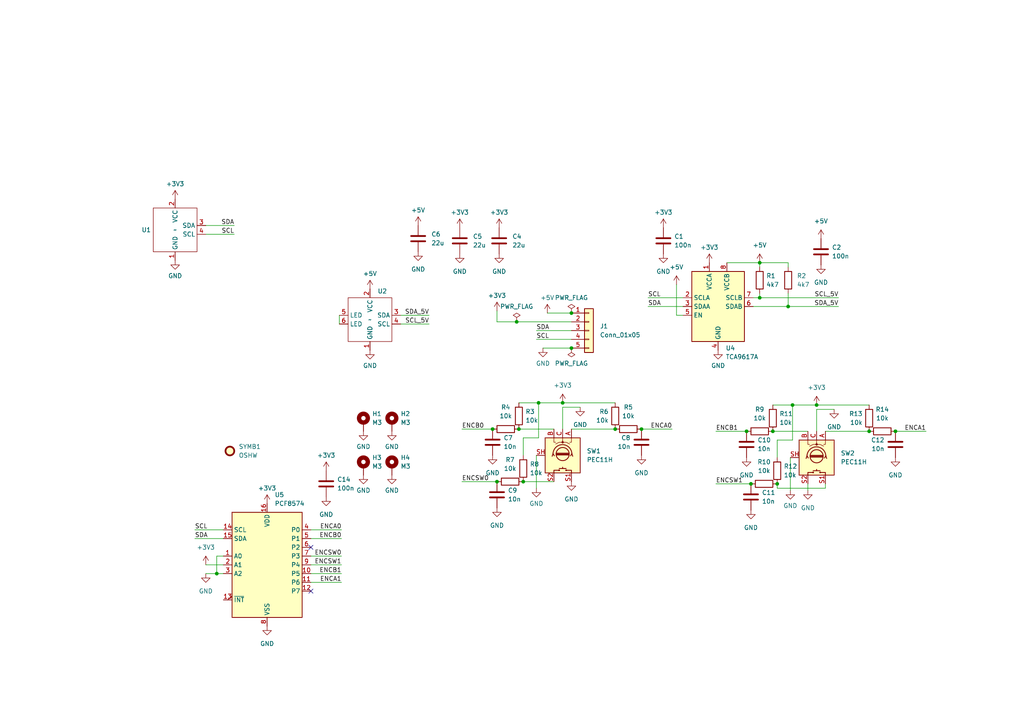
<source format=kicad_sch>
(kicad_sch (version 20230121) (generator eeschema)
  (paper "A4")
  (lib_symbols
    (symbol "Connector_Generic:Conn_01x05" (pin_names (offset 1.016) hide)
      (property "Reference" "J" (at 0 7.62 0))
      (property "Value" "Conn_01x05" (at 0 -7.62 0))
      (symbol "Conn_01x05_1_1"
        (rectangle (start -1.27 -4.953) (end 0 -5.207) (stroke (width 0.1524)))
        (rectangle (start -1.27 -2.413) (end 0 -2.667) (stroke (width 0.1524)))
        (rectangle (start -1.27 0.127) (end 0 -0.127) (stroke (width 0.1524)))
        (rectangle (start -1.27 2.667) (end 0 2.413) (stroke (width 0.1524)))
        (rectangle (start -1.27 5.207) (end 0 4.953) (stroke (width 0.1524)))
        (rectangle (start -1.27 6.35) (end 1.27 -6.35) (stroke (width 0.254)) (fill (type background)))
        (pin passive line (at -5.08 5.08 0) (length 3.81) (name "Pin_1") (number "1"))
        (pin passive line (at -5.08 2.54 0) (length 3.81) (name "Pin_2") (number "2"))
        (pin passive line (at -5.08 0 0) (length 3.81) (name "Pin_3") (number "3"))
        (pin passive line (at -5.08 -2.54 0) (length 3.81) (name "Pin_4") (number "4"))
        (pin passive line (at -5.08 -5.08 0) (length 3.81) (name "Pin_5") (number "5"))
      )
    )
    (symbol "Device:C" (pin_numbers hide) (pin_names (offset 0.254))
      (property "Reference" "C" (at 0.635 2.54 0))
      (property "Value" "C" (at 0.635 -2.54 0))
      (symbol "C_0_1"
        (polyline (pts (xy -2.032 -0.762) (xy 2.032 -0.762)) (stroke (width 0.508)))
        (polyline (pts (xy -2.032 0.762) (xy 2.032 0.762)) (stroke (width 0.508)))
      )
      (symbol "C_1_1"
        (pin passive line (at 0 3.81 270) (length 2.794) (name "~") (number "1"))
        (pin passive line (at 0 -3.81 90) (length 2.794) (name "~") (number "2"))
      )
    )
    (symbol "Device:R" (pin_numbers hide) (pin_names (offset 0))
      (property "Reference" "R" (at 2.032 0 90))
      (property "Value" "R" (at 0 0 90))
      (symbol "R_0_1"
        (rectangle (start -1.016 -2.54) (end 1.016 2.54) (stroke (width 0.254)))
      )
      (symbol "R_1_1"
        (pin passive line (at 0 3.81 270) (length 1.27) (name "~") (number "1"))
        (pin passive line (at 0 -3.81 90) (length 1.27) (name "~") (number "2"))
      )
    )
    (symbol "Interface:TCA9800"
      (property "Reference" "U" (at -7.62 11.43 0))
      (property "Value" "TCA9800" (at 5.08 11.43 0))
      (symbol "TCA9800_0_1"
        (rectangle (start -7.62 10.16) (end 7.62 -10.16) (stroke (width 0.254)) (fill (type background)))
      )
      (symbol "TCA9800_1_1"
        (pin power_in line (at -2.54 12.7 270) (length 2.54) (name "VCCA") (number "1"))
        (pin bidirectional line (at -10.16 2.54 0) (length 2.54) (name "SCLA") (number "2"))
        (pin bidirectional line (at -10.16 0 0) (length 2.54) (name "SDAA") (number "3"))
        (pin power_in line (at 0 -12.7 90) (length 2.54) (name "GND") (number "4"))
        (pin input line (at -10.16 -2.54 0) (length 2.54) (name "EN") (number "5"))
        (pin bidirectional line (at 10.16 0 180) (length 2.54) (name "SDAB") (number "6"))
        (pin bidirectional line (at 10.16 2.54 180) (length 2.54) (name "SCLB") (number "7"))
        (pin power_in line (at 2.54 12.7 270) (length 2.54) (name "VCCB") (number "8"))
      )
    )
    (symbol "Interface_Expansion:PCF8574"
      (property "Reference" "U" (at -8.89 16.51 0))
      (property "Value" "PCF8574" (at 2.54 16.51 0))
      (symbol "PCF8574_0_1"
        (rectangle (start -10.16 15.24) (end 10.16 -15.24) (stroke (width 0.254)) (fill (type background)))
      )
      (symbol "PCF8574_1_1"
        (pin input line (at -12.7 2.54 0) (length 2.54) (name "A0") (number "1"))
        (pin bidirectional line (at 12.7 -2.54 180) (length 2.54) (name "P5") (number "10"))
        (pin bidirectional line (at 12.7 -5.08 180) (length 2.54) (name "P6") (number "11"))
        (pin bidirectional line (at 12.7 -7.62 180) (length 2.54) (name "P7") (number "12"))
        (pin open_collector output_low (at -12.7 -10.16 0) (length 2.54) (name "~{INT}") (number "13"))
        (pin input line (at -12.7 10.16 0) (length 2.54) (name "SCL") (number "14"))
        (pin bidirectional line (at -12.7 7.62 0) (length 2.54) (name "SDA") (number "15"))
        (pin power_in line (at 0 17.78 270) (length 2.54) (name "VDD") (number "16"))
        (pin input line (at -12.7 0 0) (length 2.54) (name "A1") (number "2"))
        (pin input line (at -12.7 -2.54 0) (length 2.54) (name "A2") (number "3"))
        (pin bidirectional line (at 12.7 10.16 180) (length 2.54) (name "P0") (number "4"))
        (pin bidirectional line (at 12.7 7.62 180) (length 2.54) (name "P1") (number "5"))
        (pin bidirectional line (at 12.7 5.08 180) (length 2.54) (name "P2") (number "6"))
        (pin bidirectional line (at 12.7 2.54 180) (length 2.54) (name "P3") (number "7"))
        (pin power_in line (at 0 -17.78 90) (length 2.54) (name "VSS") (number "8"))
        (pin bidirectional line (at 12.7 0 180) (length 2.54) (name "P4") (number "9"))
      )
    )
    (symbol "Mechanical:Fiducial"
      (property "Reference" "FID" (at 0 5.08 0))
      (property "Value" "Fiducial" (at 0 3.175 0))
      (symbol "Fiducial_0_1"
        (circle (center 0 0) (radius 1.27) (stroke (width 0.508)) (fill (type background)))
      )
    )
    (symbol "Mechanical:MountingHole_Pad" (pin_numbers hide) (pin_names (offset 1.016) hide)
      (property "Reference" "H" (at 0 6.35 0))
      (property "Value" "MountingHole_Pad" (at 0 4.445 0))
      (symbol "MountingHole_Pad_0_1"
        (circle (center 0 1.27) (radius 1.27) (stroke (width 1.27)))
      )
      (symbol "MountingHole_Pad_1_1"
        (pin input line (at 0 -2.54 90) (length 2.54) (name "1") (number "1"))
      )
    )
    (symbol "additional:HD44780_I2C"
      (property "Reference" "U" (at 0 0 0))
      (symbol "HD44780_I2C_0_1"
        (rectangle (start -6.35 6.35) (end 6.35 -6.35))
      )
      (symbol "HD44780_I2C_1_1"
        (pin power_in line (at 0 -8.89 90) (length 2.54) (name "GND") (number "1"))
        (pin power_in line (at 0 8.89 270) (length 2.54) (name "VCC") (number "2"))
        (pin bidirectional line (at 8.89 1.27 180) (length 2.54) (name "SDA") (number "3"))
        (pin bidirectional line (at 8.89 -1.27 180) (length 2.54) (name "SCL") (number "4"))
        (pin input line (at -8.89 1.27 0) (length 2.54) (name "LED") (number "5"))
        (pin power_out line (at -8.89 -1.27 0) (length 2.54) (name "LED") (number "6"))
      )
    )
    (symbol "additional:PN532_I2C"
      (property "Reference" "U" (at 5.08 13.97 0))
      (symbol "PN532_I2C_0_1"
        (rectangle (start -6.35 6.35) (end 6.35 -6.35))
      )
      (symbol "PN532_I2C_1_1"
        (pin power_in line (at 0 -8.89 90) (length 2.54) (name "GND") (number "1"))
        (pin power_in line (at 0 8.89 270) (length 2.54) (name "VCC") (number "2"))
        (pin bidirectional line (at 8.89 1.27 180) (length 2.54) (name "SDA") (number "3"))
        (pin bidirectional line (at 8.89 -1.27 180) (length 2.54) (name "SCL") (number "4"))
      )
    )
    (symbol "additional:RotaryEncoder_Switch_SHIELD" (pin_names (offset 0.254) hide)
      (property "Reference" "SW" (at 0 6.604 0))
      (property "Value" "RotaryEncoder_Switch_SHIELD" (at 0 -10.5156 0))
      (symbol "RotaryEncoder_Switch_SHIELD_0_1"
        (rectangle (start -5.08 5.08) (end 5.08 -5.08) (stroke (width 0.254)) (fill (type background)))
        (circle (center -3.81 0) (radius 0.254) (fill (type outline)))
        (circle (center -0.381 0) (radius 1.905) (stroke (width 0.254)))
        (arc (start -0.381 2.667) (mid -3.0988 -0.0635) (end -0.381 -2.794) (stroke (width 0.254)))
        (polyline (pts (xy -0.635 -1.778) (xy -0.635 1.778)) (stroke (width 0.254)))
        (polyline (pts (xy -0.381 -1.778) (xy -0.381 1.778)) (stroke (width 0.254)))
        (polyline (pts (xy -0.127 1.778) (xy -0.127 -1.778)) (stroke (width 0.254)))
        (polyline (pts (xy 3.81 0) (xy 3.429 0)) (stroke (width 0.254)))
        (polyline (pts (xy 3.81 1.016) (xy 3.81 -1.016)) (stroke (width 0.254)))
        (polyline (pts (xy -5.08 -2.54) (xy -3.81 -2.54) (xy -3.81 -2.032)))
        (polyline (pts (xy -5.08 2.54) (xy -3.81 2.54) (xy -3.81 2.032)))
        (polyline (pts (xy 0.254 -3.048) (xy -0.508 -2.794) (xy 0.127 -2.413)) (stroke (width 0.254)))
        (polyline (pts (xy 0.254 2.921) (xy -0.508 2.667) (xy 0.127 2.286)) (stroke (width 0.254)))
        (polyline (pts (xy 5.08 -2.54) (xy 4.318 -2.54) (xy 4.318 -1.016)) (stroke (width 0.254)))
        (polyline (pts (xy 5.08 2.54) (xy 4.318 2.54) (xy 4.318 1.016)) (stroke (width 0.254)))
        (polyline (pts (xy -5.08 0) (xy -3.81 0) (xy -3.81 -1.016) (xy -3.302 -2.032)))
        (polyline (pts (xy -4.318 0) (xy -3.81 0) (xy -3.81 1.016) (xy -3.302 2.032)))
        (circle (center 4.318 -1.016) (radius 0.127) (stroke (width 0.254)))
        (circle (center 4.318 1.016) (radius 0.127) (stroke (width 0.254)))
      )
      (symbol "RotaryEncoder_Switch_SHIELD_1_1"
        (pin passive line (at -7.62 2.54 0) (length 2.54) (name "A") (number "A"))
        (pin passive line (at -7.62 -2.54 0) (length 2.54) (name "B") (number "B"))
        (pin passive line (at -7.62 0 0) (length 2.54) (name "C") (number "C"))
        (pin passive line (at 7.62 2.54 180) (length 2.54) (name "S1") (number "S1"))
        (pin passive line (at 7.62 -2.54 180) (length 2.54) (name "S2") (number "S2"))
        (pin passive line (at 0 -7.62 90) (length 2.54) (name "S2") (number "SH"))
      )
    )
    (symbol "power:+3V3" (power) (pin_names (offset 0))
      (property "Value" "+3V3" (at 0 3.556 0))
      (symbol "+3V3_0_1"
        (polyline (pts (xy -0.762 1.27) (xy 0 2.54)))
        (polyline (pts (xy 0 0) (xy 0 2.54)))
        (polyline (pts (xy 0 2.54) (xy 0.762 1.27)))
      )
      (symbol "+3V3_1_1"
        (pin power_in line (at 0 0 90) (length 0) hide (name "+3V3") (number "1"))
      )
    )
    (symbol "power:+5V" (power) (pin_names (offset 0))
      (property "Value" "+5V" (at 0 3.556 0))
      (symbol "+5V_0_1"
        (polyline (pts (xy -0.762 1.27) (xy 0 2.54)))
        (polyline (pts (xy 0 0) (xy 0 2.54)))
        (polyline (pts (xy 0 2.54) (xy 0.762 1.27)))
      )
      (symbol "+5V_1_1"
        (pin power_in line (at 0 0 90) (length 0) hide (name "+5V") (number "1"))
      )
    )
    (symbol "power:GND" (power) (pin_names (offset 0))
      (property "Value" "GND" (at 0 -3.81 0))
      (symbol "GND_0_1"
        (polyline (pts (xy 0 0) (xy 0 -1.27) (xy 1.27 -1.27) (xy 0 -2.54) (xy -1.27 -1.27) (xy 0 -1.27)))
      )
      (symbol "GND_1_1"
        (pin power_in line (at 0 0 270) (length 0) hide (name "GND") (number "1"))
      )
    )
    (symbol "power:PWR_FLAG" (power) (pin_numbers hide) (pin_names (offset 0) hide)
      (property "Value" "PWR_FLAG" (at 0 3.81 0))
      (symbol "PWR_FLAG_0_0"
        (pin power_out line (at 0 0 90) (length 0) (name "pwr") (number "1"))
      )
      (symbol "PWR_FLAG_0_1"
        (polyline (pts (xy 0 0) (xy 0 1.27) (xy -1.016 1.905) (xy 0 2.54) (xy 1.016 1.905) (xy 0 1.27)))
      )
    )
  )
  (junction (at 144.145 139.7))
  (junction (at 217.805 140.335))
  (junction (at 62.865 166.37))
  (junction (at 252.095 125.095))
  (junction (at 186.055 124.46))
  (junction (at 224.155 125.095))
  (junction (at 149.86 93.345))
  (junction (at 165.735 100.965))
  (junction (at 229.87 117.475))
  (junction (at 142.875 124.46))
  (junction (at 178.435 124.46))
  (junction (at 228.6 88.9))
  (junction (at 259.715 125.095))
  (junction (at 150.495 124.46))
  (junction (at 151.765 139.7))
  (junction (at 236.855 117.475))
  (junction (at 156.21 116.84))
  (junction (at 220.345 76.2))
  (junction (at 165.735 90.805))
  (junction (at 163.195 116.84))
  (junction (at 216.535 125.095))
  (junction (at 220.345 86.36))
  (junction (at 225.425 140.335))
  (no_connect (at 90.17 171.45))
  (no_connect (at 90.17 158.75))
  (wire (pts (xy 187.96 88.9) (xy 198.12 88.9)))
  (wire (pts (xy 224.155 125.095) (xy 234.315 125.095)))
  (wire (pts (xy 90.17 153.67) (xy 99.06 153.67)))
  (wire (pts (xy 155.575 95.885) (xy 165.735 95.885)))
  (wire (pts (xy 178.435 124.46) (xy 165.735 124.46)))
  (wire (pts (xy 90.17 166.37) (xy 99.06 166.37)))
  (wire (pts (xy 151.765 132.08) (xy 151.765 127)))
  (wire (pts (xy 225.425 127.635) (xy 229.87 127.635)))
  (wire (pts (xy 236.855 117.475) (xy 252.095 117.475)))
  (wire (pts (xy 62.865 161.29) (xy 62.865 166.37)))
  (wire (pts (xy 198.12 91.44) (xy 196.215 91.44)))
  (wire (pts (xy 144.145 93.345) (xy 144.145 90.17)))
  (wire (pts (xy 59.69 163.83) (xy 64.77 163.83)))
  (wire (pts (xy 239.395 141.605) (xy 225.425 141.605)))
  (wire (pts (xy 165.735 93.345) (xy 149.86 93.345)))
  (wire (pts (xy 133.985 124.46) (xy 142.875 124.46)))
  (wire (pts (xy 150.495 116.84) (xy 156.21 116.84)))
  (wire (pts (xy 196.215 82.55) (xy 196.215 91.44)))
  (wire (pts (xy 228.6 85.09) (xy 228.6 88.9)))
  (wire (pts (xy 234.315 142.24) (xy 234.315 140.335)))
  (wire (pts (xy 225.425 141.605) (xy 225.425 140.335)))
  (wire (pts (xy 210.82 76.2) (xy 220.345 76.2)))
  (wire (pts (xy 229.235 132.715) (xy 229.235 142.24)))
  (wire (pts (xy 90.17 168.91) (xy 99.06 168.91)))
  (wire (pts (xy 157.48 100.965) (xy 165.735 100.965)))
  (wire (pts (xy 220.345 86.36) (xy 243.205 86.36)))
  (wire (pts (xy 220.345 76.2) (xy 220.345 77.47)))
  (wire (pts (xy 64.77 153.67) (xy 56.515 153.67)))
  (wire (pts (xy 163.195 118.11) (xy 168.275 118.11)))
  (wire (pts (xy 220.345 85.09) (xy 220.345 86.36)))
  (wire (pts (xy 224.155 117.475) (xy 229.87 117.475)))
  (wire (pts (xy 163.195 124.46) (xy 163.195 118.11)))
  (wire (pts (xy 150.495 124.46) (xy 160.655 124.46)))
  (wire (pts (xy 116.205 93.98) (xy 124.46 93.98)))
  (wire (pts (xy 155.575 98.425) (xy 165.735 98.425)))
  (wire (pts (xy 225.425 132.715) (xy 225.425 127.635)))
  (wire (pts (xy 228.6 88.9) (xy 243.205 88.9)))
  (wire (pts (xy 218.44 88.9) (xy 228.6 88.9)))
  (wire (pts (xy 259.715 125.095) (xy 268.605 125.095)))
  (wire (pts (xy 155.575 132.08) (xy 155.575 141.605)))
  (wire (pts (xy 64.77 161.29) (xy 62.865 161.29)))
  (wire (pts (xy 229.87 117.475) (xy 236.855 117.475)))
  (wire (pts (xy 90.17 156.21) (xy 99.06 156.21)))
  (wire (pts (xy 236.855 118.745) (xy 241.935 118.745)))
  (wire (pts (xy 90.17 163.83) (xy 99.06 163.83)))
  (wire (pts (xy 59.69 65.405) (xy 67.945 65.405)))
  (wire (pts (xy 236.855 125.095) (xy 236.855 118.745)))
  (wire (pts (xy 229.87 127.635) (xy 229.87 117.475)))
  (wire (pts (xy 149.86 93.345) (xy 144.145 93.345)))
  (wire (pts (xy 252.095 125.095) (xy 239.395 125.095)))
  (wire (pts (xy 116.205 91.44) (xy 124.46 91.44)))
  (wire (pts (xy 239.395 140.335) (xy 239.395 141.605)))
  (wire (pts (xy 187.96 86.36) (xy 198.12 86.36)))
  (wire (pts (xy 59.69 166.37) (xy 62.865 166.37)))
  (wire (pts (xy 218.44 86.36) (xy 220.345 86.36)))
  (wire (pts (xy 220.345 76.2) (xy 228.6 76.2)))
  (wire (pts (xy 163.195 116.84) (xy 178.435 116.84)))
  (wire (pts (xy 228.6 76.2) (xy 228.6 77.47)))
  (wire (pts (xy 64.77 156.21) (xy 56.515 156.21)))
  (wire (pts (xy 90.17 161.29) (xy 99.06 161.29)))
  (wire (pts (xy 98.425 91.44) (xy 98.425 93.98)))
  (wire (pts (xy 133.985 139.7) (xy 144.145 139.7)))
  (wire (pts (xy 151.765 139.7) (xy 160.655 139.7)))
  (wire (pts (xy 62.865 166.37) (xy 64.77 166.37)))
  (wire (pts (xy 156.21 127) (xy 156.21 116.84)))
  (wire (pts (xy 156.21 116.84) (xy 163.195 116.84)))
  (wire (pts (xy 186.055 124.46) (xy 194.945 124.46)))
  (wire (pts (xy 158.75 90.805) (xy 165.735 90.805)))
  (wire (pts (xy 59.69 67.945) (xy 67.945 67.945)))
  (wire (pts (xy 207.645 140.335) (xy 217.805 140.335)))
  (wire (pts (xy 207.645 125.095) (xy 216.535 125.095)))
  (wire (pts (xy 151.765 127) (xy 156.21 127)))
  (label "SDA" (at 187.96 88.9 0))
  (label "ENCB0" (at 99.06 156.21 180))
  (label "SCL" (at 155.575 98.425 0))
  (label "SCL" (at 187.96 86.36 0))
  (label "SDA" (at 155.575 95.885 0))
  (label "ENCA1" (at 268.605 125.095 180))
  (label "ENCSW0" (at 99.06 161.29 180))
  (label "SDA" (at 67.945 65.405 180))
  (label "SDA_5V" (at 243.205 88.9 180))
  (label "SCL_5V" (at 124.46 93.98 180))
  (label "ENCSW1" (at 99.06 163.83 180))
  (label "ENCB0" (at 133.985 124.46 0))
  (label "SCL" (at 56.515 153.67 0))
  (label "SDA" (at 56.515 156.21 0))
  (label "ENCB1" (at 207.645 125.095 0))
  (label "SDA_5V" (at 124.46 91.44 180))
  (label "ENCA1" (at 99.06 168.91 180))
  (label "ENCA0" (at 194.945 124.46 180))
  (label "SCL" (at 67.945 67.945 180))
  (label "ENCSW0" (at 133.985 139.7 0))
  (label "ENCA0" (at 99.06 153.67 180))
  (label "ENCSW1" (at 207.645 140.335 0))
  (label "SCL_5V" (at 243.205 86.36 180))
  (label "ENCB1" (at 99.06 166.37 180))
  (symbol (lib_id "Interface:TCA9800") (at 208.28 88.9 0) (unit 1)
    (property "Reference" "U4" (at 210.4741 100.965 0) (effects (justify left)))
    (property "Value" "TCA9617A" (at 210.4741 103.505 0) (effects (justify left)))
    (property "Footprint" "Package_SO:VSSOP-8_3.0x3.0mm_P0.65mm" (effects hide))
    (property "Datasheet" "http://www.ti.com/lit/ds/symlink/tca9800.pdf" (effects hide))
    (property "mouser" " 595-TCA9617ADGKR " (effects hide))
  )
  (symbol (lib_id "power:+5V") (at 238.125 69.215 0) (unit 1)
    (property "Reference" "#PWR08" (effects hide))
    (property "Value" "+5V" (at 238.125 64.135 0))
  )
  (symbol (lib_id "power:GND") (at 165.735 139.7 0) (unit 1)
    (property "Reference" "#PWR034" (effects hide))
    (property "Value" "GND" (at 165.735 144.78 0))
  )
  (symbol (lib_id "power:GND") (at 216.535 132.715 0) (unit 1)
    (property "Reference" "#PWR035" (effects hide))
    (property "Value" "GND" (at 216.535 137.795 0))
  )
  (symbol (lib_id "power:GND") (at 144.145 147.32 0) (unit 1)
    (property "Reference" "#PWR033" (effects hide))
    (property "Value" "GND" (at 144.145 152.4 0))
  )
  (symbol (lib_id "Device:R") (at 255.905 125.095 270) (mirror x) (unit 1)
    (property "Reference" "R14" (at 255.905 118.745 90))
    (property "Value" "10k" (at 255.905 121.285 90))
    (property "Footprint" "Resistor_SMD:R_1206_3216Metric" (effects hide))
  )
  (symbol (lib_id "Mechanical:MountingHole_Pad") (at 105.41 122.555 0) (unit 1)
    (property "Reference" "H1" (at 107.95 120.015 0) (effects (justify left)))
    (property "Value" "M3" (at 107.95 122.555 0) (effects (justify left)))
    (property "Footprint" "MountingHole:MountingHole_3.2mm_M3_Pad_Via" (effects hide))
  )
  (symbol (lib_id "power:GND") (at 241.935 118.745 0) (unit 1)
    (property "Reference" "#PWR040" (effects hide))
    (property "Value" "GND" (at 241.935 123.825 0))
  )
  (symbol (lib_id "power:GND") (at 208.28 101.6 0) (unit 1)
    (property "Reference" "#PWR020" (effects hide))
    (property "Value" "GND" (at 208.28 106.045 0))
  )
  (symbol (lib_id "power:GND") (at 234.315 142.24 0) (unit 1)
    (property "Reference" "#PWR039" (effects hide))
    (property "Value" "GND" (at 234.315 147.32 0))
  )
  (symbol (lib_id "power:+3V3") (at 144.78 66.04 0) (unit 1)
    (property "Reference" "#PWR022" (effects hide))
    (property "Value" "+3V3" (at 144.78 61.595 0))
  )
  (symbol (lib_id "Device:C") (at 192.405 69.85 0) (unit 1)
    (property "Reference" "C1" (at 195.58 68.58 0) (effects (justify left)))
    (property "Value" "100n" (at 195.58 71.12 0) (effects (justify left)))
    (property "Footprint" "Capacitor_SMD:C_1206_3216Metric" (effects hide))
    (property "mouser" " 80-C1206C104K5R " (effects hide))
  )
  (symbol (lib_id "Device:C") (at 144.145 143.51 0) (unit 1)
    (property "Reference" "C9" (at 147.32 142.24 0) (effects (justify left)))
    (property "Value" "10n" (at 147.32 144.78 0) (effects (justify left)))
    (property "Footprint" "Capacitor_SMD:C_1206_3216Metric" (effects hide))
    (property "mouser" " 80-C1206C104K5R " (effects hide))
  )
  (symbol (lib_id "Device:R") (at 178.435 120.65 0) (mirror y) (unit 1)
    (property "Reference" "R6" (at 176.53 119.38 0) (effects (justify left)))
    (property "Value" "10k" (at 176.53 121.92 0) (effects (justify left)))
    (property "Footprint" "Resistor_SMD:R_1206_3216Metric" (effects hide))
  )
  (symbol (lib_id "Device:R") (at 228.6 81.28 0) (unit 1)
    (property "Reference" "R2" (at 231.14 80.01 0) (effects (justify left)))
    (property "Value" "4k7" (at 231.14 82.55 0) (effects (justify left)))
    (property "Footprint" "Resistor_SMD:R_1206_3216Metric" (effects hide))
  )
  (symbol (lib_id "power:PWR_FLAG") (at 149.86 93.345 0) (unit 1)
    (property "Reference" "#FLG02" (effects hide))
    (property "Value" "PWR_FLAG" (at 149.86 88.9 0))
  )
  (symbol (lib_id "power:+3V3") (at 94.615 136.525 0) (unit 1)
    (property "Reference" "#PWR043" (effects hide))
    (property "Value" "+3V3" (at 94.615 132.08 0))
  )
  (symbol (lib_id "power:GND") (at 94.615 144.145 0) (unit 1)
    (property "Reference" "#PWR044" (effects hide))
    (property "Value" "GND" (at 94.615 149.225 0))
  )
  (symbol (lib_id "Mechanical:MountingHole_Pad") (at 113.665 122.555 0) (unit 1)
    (property "Reference" "H2" (at 116.205 120.015 0) (effects (justify left)))
    (property "Value" "M3" (at 116.205 122.555 0) (effects (justify left)))
    (property "Footprint" "MountingHole:MountingHole_3.2mm_M3_Pad_Via" (effects hide))
  )
  (symbol (lib_id "additional:HD44780_I2C") (at 107.315 92.71 0) (unit 1)
    (property "Reference" "U2" (at 109.5091 84.455 0) (effects (justify left)))
    (property "Value" "~" (at 107.315 92.71 0))
    (property "Footprint" "breakboard:HD44780_PCF8574T" (effects hide))
  )
  (symbol (lib_id "power:GND") (at 105.41 125.095 0) (unit 1)
    (property "Reference" "#PWR013" (effects hide))
    (property "Value" "GND" (at 105.41 129.54 0))
  )
  (symbol (lib_id "power:+5V") (at 107.315 83.82 0) (unit 1)
    (property "Reference" "#PWR02" (effects hide))
    (property "Value" "+5V" (at 107.315 79.375 0))
  )
  (symbol (lib_id "additional:RotaryEncoder_Switch_SHIELD") (at 163.195 132.08 270) (unit 1)
    (property "Reference" "SW1" (at 170.18 130.81 90) (effects (justify left)))
    (property "Value" "PEC11H" (at 170.18 133.35 90) (effects (justify left)))
    (property "Footprint" "additional:RotaryEncoder_Bourns_Vertical_PEC11H-4xxxF-Sxxxx" (effects hide))
  )
  (symbol (lib_id "power:PWR_FLAG") (at 165.735 100.965 180) (unit 1)
    (property "Reference" "#FLG03" (effects hide))
    (property "Value" "PWR_FLAG" (at 165.735 105.41 0))
  )
  (symbol (lib_id "power:GND") (at 168.275 118.11 0) (unit 1)
    (property "Reference" "#PWR031" (effects hide))
    (property "Value" "GND" (at 168.275 123.19 0))
  )
  (symbol (lib_id "power:GND") (at 113.665 137.795 0) (unit 1)
    (property "Reference" "#PWR016" (effects hide))
    (property "Value" "GND" (at 113.665 142.24 0))
  )
  (symbol (lib_id "power:GND") (at 155.575 141.605 0) (unit 1)
    (property "Reference" "#PWR048" (effects hide))
    (property "Value" "GND" (at 155.575 146.05 0))
  )
  (symbol (lib_id "power:GND") (at 77.47 181.61 0) (unit 1)
    (property "Reference" "#PWR047" (effects hide))
    (property "Value" "GND" (at 77.47 186.69 0))
  )
  (symbol (lib_id "Device:C") (at 133.35 69.85 0) (unit 1)
    (property "Reference" "C5" (at 137.16 68.58 0) (effects (justify left)))
    (property "Value" "22u" (at 137.16 71.12 0) (effects (justify left)))
    (property "Footprint" "Capacitor_SMD:C_1210_3225Metric" (effects hide))
    (property "Mouser" "CL32B226MOJNNNE" (effects hide))
    (property "mouser" "CL32B226MOJNNNE" (effects hide))
  )
  (symbol (lib_id "Device:R") (at 147.955 139.7 90) (unit 1)
    (property "Reference" "R7" (at 147.955 133.35 90))
    (property "Value" "10k" (at 147.955 135.89 90))
    (property "Footprint" "Resistor_SMD:R_1206_3216Metric" (effects hide))
  )
  (symbol (lib_id "Device:C") (at 142.875 128.27 0) (unit 1)
    (property "Reference" "C7" (at 146.05 127 0) (effects (justify left)))
    (property "Value" "10n" (at 146.05 129.54 0) (effects (justify left)))
    (property "Footprint" "Capacitor_SMD:C_1206_3216Metric" (effects hide))
    (property "mouser" " 80-C1206C104K5R " (effects hide))
  )
  (symbol (lib_id "power:+3V3") (at 133.35 66.04 0) (unit 1)
    (property "Reference" "#PWR025" (effects hide))
    (property "Value" "+3V3" (at 133.35 61.595 0))
  )
  (symbol (lib_id "Device:C") (at 238.125 73.025 0) (unit 1)
    (property "Reference" "C2" (at 241.3 71.755 0) (effects (justify left)))
    (property "Value" "100n" (at 241.3 74.295 0) (effects (justify left)))
    (property "Footprint" "Capacitor_SMD:C_1206_3216Metric" (effects hide))
    (property "mouser" " 80-C1206C104K5R " (effects hide))
  )
  (symbol (lib_id "Device:R") (at 182.245 124.46 270) (mirror x) (unit 1)
    (property "Reference" "R5" (at 182.245 118.11 90))
    (property "Value" "10k" (at 182.245 120.65 90))
    (property "Footprint" "Resistor_SMD:R_1206_3216Metric" (effects hide))
  )
  (symbol (lib_id "power:GND") (at 133.35 73.66 0) (unit 1)
    (property "Reference" "#PWR026" (effects hide))
    (property "Value" "GND" (at 133.35 78.74 0))
  )
  (symbol (lib_id "power:GND") (at 142.875 132.08 0) (unit 1)
    (property "Reference" "#PWR029" (effects hide))
    (property "Value" "GND" (at 142.875 137.16 0))
  )
  (symbol (lib_id "Device:R") (at 151.765 135.89 0) (unit 1)
    (property "Reference" "R8" (at 153.67 134.62 0) (effects (justify left)))
    (property "Value" "10k" (at 153.67 137.16 0) (effects (justify left)))
    (property "Footprint" "Resistor_SMD:R_1206_3216Metric" (effects hide))
  )
  (symbol (lib_id "power:+3V3") (at 192.405 66.04 0) (unit 1)
    (property "Reference" "#PWR017" (effects hide))
    (property "Value" "+3V3" (at 192.405 61.595 0))
  )
  (symbol (lib_id "Device:C") (at 121.285 69.215 0) (unit 1)
    (property "Reference" "C6" (at 125.095 67.945 0) (effects (justify left)))
    (property "Value" "22u" (at 125.095 70.485 0) (effects (justify left)))
    (property "Footprint" "Capacitor_SMD:C_1210_3225Metric" (effects hide))
    (property "Mouser" "CL32B226MOJNNNE" (effects hide))
    (property "mouser" "CL32B226MOJNNNE" (effects hide))
  )
  (symbol (lib_id "Interface_Expansion:PCF8574") (at 77.47 163.83 0) (unit 1)
    (property "Reference" "U5" (at 79.6641 143.51 0) (effects (justify left)))
    (property "Value" "PCF8574" (at 79.6641 146.05 0) (effects (justify left)))
    (property "Footprint" "Package_SO:SOIC-16W_7.5x10.3mm_P1.27mm" (effects hide))
    (property "Datasheet" "http://www.nxp.com/docs/en/data-sheet/PCF8574_PCF8574A.pdf" (effects hide))
  )
  (symbol (lib_id "power:+3V3") (at 144.145 90.17 0) (unit 1)
    (property "Reference" "#PWR010" (effects hide))
    (property "Value" "+3V3" (at 144.145 85.725 0))
  )
  (symbol (lib_id "power:GND") (at 157.48 100.965 0) (unit 1)
    (property "Reference" "#PWR012" (effects hide))
    (property "Value" "GND" (at 157.48 105.41 0))
  )
  (symbol (lib_id "Device:R") (at 224.155 121.285 0) (unit 1)
    (property "Reference" "R11" (at 226.06 120.015 0) (effects (justify left)))
    (property "Value" "10k" (at 226.06 122.555 0) (effects (justify left)))
    (property "Footprint" "Resistor_SMD:R_1206_3216Metric" (effects hide))
  )
  (symbol (lib_id "power:GND") (at 105.41 137.795 0) (unit 1)
    (property "Reference" "#PWR015" (effects hide))
    (property "Value" "GND" (at 105.41 142.24 0))
  )
  (symbol (lib_id "power:GND") (at 192.405 73.66 0) (unit 1)
    (property "Reference" "#PWR018" (effects hide))
    (property "Value" "GND" (at 192.405 78.74 0))
  )
  (symbol (lib_id "Mechanical:MountingHole_Pad") (at 105.41 135.255 0) (unit 1)
    (property "Reference" "H3" (at 107.95 132.715 0) (effects (justify left)))
    (property "Value" "M3" (at 107.95 135.255 0) (effects (justify left)))
    (property "Footprint" "MountingHole:MountingHole_3.2mm_M3_Pad_Via" (effects hide))
  )
  (symbol (lib_id "additional:RotaryEncoder_Switch_SHIELD") (at 236.855 132.715 270) (unit 1)
    (property "Reference" "SW2" (at 243.84 131.445 90) (effects (justify left)))
    (property "Value" "PEC11H" (at 243.84 133.985 90) (effects (justify left)))
    (property "Footprint" "additional:RotaryEncoder_Bourns_Vertical_PEC11H-4xxxF-Sxxxx" (effects hide))
  )
  (symbol (lib_id "Device:R") (at 252.095 121.285 0) (mirror y) (unit 1)
    (property "Reference" "R13" (at 250.19 120.015 0) (effects (justify left)))
    (property "Value" "10k" (at 250.19 122.555 0) (effects (justify left)))
    (property "Footprint" "Resistor_SMD:R_1206_3216Metric" (effects hide))
  )
  (symbol (lib_id "power:+5V") (at 220.345 76.2 0) (unit 1)
    (property "Reference" "#PWR07" (effects hide))
    (property "Value" "+5V" (at 220.345 71.12 0))
  )
  (symbol (lib_id "Device:C") (at 186.055 128.27 0) (mirror y) (unit 1)
    (property "Reference" "C8" (at 182.88 127 0) (effects (justify left)))
    (property "Value" "10n" (at 182.88 129.54 0) (effects (justify left)))
    (property "Footprint" "Capacitor_SMD:C_1206_3216Metric" (effects hide))
    (property "mouser" " 80-C1206C104K5R " (effects hide))
  )
  (symbol (lib_id "power:+5V") (at 121.285 65.405 0) (unit 1)
    (property "Reference" "#PWR027" (effects hide))
    (property "Value" "+5V" (at 121.285 60.96 0))
  )
  (symbol (lib_id "Device:R") (at 146.685 124.46 90) (unit 1)
    (property "Reference" "R4" (at 146.685 118.11 90))
    (property "Value" "10k" (at 146.685 120.65 90))
    (property "Footprint" "Resistor_SMD:R_1206_3216Metric" (effects hide))
  )
  (symbol (lib_id "power:+3V3") (at 77.47 146.05 0) (unit 1)
    (property "Reference" "#PWR045" (effects hide))
    (property "Value" "+3V3" (at 77.47 141.605 0))
  )
  (symbol (lib_id "power:+3V3") (at 236.855 117.475 0) (unit 1)
    (property "Reference" "#PWR038" (effects hide))
    (property "Value" "+3V3" (at 236.855 112.395 0))
  )
  (symbol (lib_id "power:+3V3") (at 163.195 116.84 0) (unit 1)
    (property "Reference" "#PWR032" (effects hide))
    (property "Value" "+3V3" (at 163.195 111.76 0))
  )
  (symbol (lib_id "Connector_Generic:Conn_01x05") (at 170.815 95.885 0) (unit 1)
    (property "Reference" "J1" (at 173.99 94.615 0) (effects (justify left)))
    (property "Value" "Conn_01x05" (at 173.99 97.155 0) (effects (justify left)))
    (property "Footprint" "Connector_JST:JST_XH_B5B-XH-A_1x05_P2.50mm_Vertical" (effects hide))
  )
  (symbol (lib_id "power:GND") (at 217.805 147.955 0) (unit 1)
    (property "Reference" "#PWR036" (effects hide))
    (property "Value" "GND" (at 217.805 153.035 0))
  )
  (symbol (lib_id "power:GND") (at 259.715 132.715 0) (mirror y) (unit 1)
    (property "Reference" "#PWR049" (effects hide))
    (property "Value" "GND" (at 259.715 137.795 0))
  )
  (symbol (lib_id "power:GND") (at 121.285 73.025 0) (unit 1)
    (property "Reference" "#PWR028" (effects hide))
    (property "Value" "GND" (at 121.285 78.105 0))
  )
  (symbol (lib_id "power:+5V") (at 158.75 90.805 0) (unit 1)
    (property "Reference" "#PWR011" (effects hide))
    (property "Value" "+5V" (at 158.75 86.36 0))
  )
  (symbol (lib_id "power:GND") (at 113.665 125.095 0) (unit 1)
    (property "Reference" "#PWR014" (effects hide))
    (property "Value" "GND" (at 113.665 129.54 0))
  )
  (symbol (lib_id "Device:R") (at 225.425 136.525 0) (unit 1)
    (property "Reference" "R12" (at 227.33 135.255 0) (effects (justify left)))
    (property "Value" "10k" (at 227.33 137.795 0) (effects (justify left)))
    (property "Footprint" "Resistor_SMD:R_1206_3216Metric" (effects hide))
  )
  (symbol (lib_id "power:GND") (at 144.78 73.66 0) (unit 1)
    (property "Reference" "#PWR024" (effects hide))
    (property "Value" "GND" (at 144.78 78.74 0))
  )
  (symbol (lib_id "Device:C") (at 216.535 128.905 0) (unit 1)
    (property "Reference" "C10" (at 219.71 127.635 0) (effects (justify left)))
    (property "Value" "10n" (at 219.71 130.175 0) (effects (justify left)))
    (property "Footprint" "Capacitor_SMD:C_1206_3216Metric" (effects hide))
    (property "mouser" " 80-C1206C104K5R " (effects hide))
  )
  (symbol (lib_id "Device:R") (at 220.345 125.095 90) (unit 1)
    (property "Reference" "R9" (at 220.345 118.745 90))
    (property "Value" "10k" (at 220.345 121.285 90))
    (property "Footprint" "Resistor_SMD:R_1206_3216Metric" (effects hide))
  )
  (symbol (lib_id "power:GND") (at 186.055 132.08 0) (mirror y) (unit 1)
    (property "Reference" "#PWR030" (effects hide))
    (property "Value" "GND" (at 186.055 137.16 0))
  )
  (symbol (lib_id "Device:C") (at 94.615 140.335 0) (unit 1)
    (property "Reference" "C14" (at 97.79 139.065 0) (effects (justify left)))
    (property "Value" "100n" (at 97.79 141.605 0) (effects (justify left)))
    (property "Footprint" "Capacitor_SMD:C_1206_3216Metric" (effects hide))
    (property "mouser" " 80-C1206C104K5R " (effects hide))
  )
  (symbol (lib_id "power:+3V3") (at 205.74 76.2 0) (unit 1)
    (property "Reference" "#PWR019" (effects hide))
    (property "Value" "+3V3" (at 205.74 71.755 0))
  )
  (symbol (lib_id "power:GND") (at 107.315 101.6 0) (unit 1)
    (property "Reference" "#PWR03" (effects hide))
    (property "Value" "GND" (at 107.315 106.045 0))
  )
  (symbol (lib_id "additional:PN532_I2C") (at 50.8 66.675 0) (unit 1)
    (property "Reference" "U1" (at 43.815 66.675 0) (effects (justify right)))
    (property "Value" "~" (at 50.8 66.675 0))
    (property "Footprint" "breakboard:PN532" (effects hide))
  )
  (symbol (lib_id "Device:C") (at 217.805 144.145 0) (unit 1)
    (property "Reference" "C11" (at 220.98 142.875 0) (effects (justify left)))
    (property "Value" "10n" (at 220.98 145.415 0) (effects (justify left)))
    (property "Footprint" "Capacitor_SMD:C_1206_3216Metric" (effects hide))
    (property "mouser" " 80-C1206C104K5R " (effects hide))
  )
  (symbol (lib_id "Mechanical:MountingHole_Pad") (at 113.665 135.255 0) (unit 1)
    (property "Reference" "H4" (at 116.205 132.715 0) (effects (justify left)))
    (property "Value" "M3" (at 116.205 135.255 0) (effects (justify left)))
    (property "Footprint" "MountingHole:MountingHole_3.2mm_M3_Pad_Via" (effects hide))
  )
  (symbol (lib_id "power:GND") (at 50.8 75.565 0) (unit 1)
    (property "Reference" "#PWR04" (effects hide))
    (property "Value" "GND" (at 50.8 80.01 0))
  )
  (symbol (lib_id "power:GND") (at 59.69 166.37 0) (unit 1)
    (property "Reference" "#PWR046" (effects hide))
    (property "Value" "GND" (at 59.69 171.45 0))
  )
  (symbol (lib_id "Device:R") (at 221.615 140.335 90) (unit 1)
    (property "Reference" "R10" (at 221.615 133.985 90))
    (property "Value" "10k" (at 221.615 136.525 90))
    (property "Footprint" "Resistor_SMD:R_1206_3216Metric" (effects hide))
  )
  (symbol (lib_id "power:+3V3") (at 59.69 163.83 0) (unit 1)
    (property "Reference" "#PWR041" (effects hide))
    (property "Value" "+3V3" (at 59.69 158.75 0))
  )
  (symbol (lib_id "power:GND") (at 238.125 76.835 0) (unit 1)
    (property "Reference" "#PWR023" (effects hide))
    (property "Value" "GND" (at 238.125 81.915 0))
  )
  (symbol (lib_id "power:+3V3") (at 50.8 57.785 0) (unit 1)
    (property "Reference" "#PWR01" (effects hide))
    (property "Value" "+3V3" (at 50.8 53.34 0))
  )
  (symbol (lib_id "Device:C") (at 259.715 128.905 0) (mirror y) (unit 1)
    (property "Reference" "C12" (at 256.54 127.635 0) (effects (justify left)))
    (property "Value" "10n" (at 256.54 130.175 0) (effects (justify left)))
    (property "Footprint" "Capacitor_SMD:C_1206_3216Metric" (effects hide))
    (property "mouser" " 80-C1206C104K5R " (effects hide))
  )
  (symbol (lib_id "power:+5V") (at 196.215 82.55 0) (unit 1)
    (property "Reference" "#PWR05" (effects hide))
    (property "Value" "+5V" (at 196.215 77.47 0))
  )
  (symbol (lib_id "Device:R") (at 220.345 81.28 0) (unit 1)
    (property "Reference" "R1" (at 222.25 80.01 0) (effects (justify left)))
    (property "Value" "4k7" (at 222.25 82.55 0) (effects (justify left)))
    (property "Footprint" "Resistor_SMD:R_1206_3216Metric" (effects hide))
  )
  (symbol (lib_id "power:GND") (at 229.235 142.24 0) (unit 1)
    (property "Reference" "#PWR037" (effects hide))
    (property "Value" "GND" (at 229.235 146.685 0))
  )
  (symbol (lib_id "Device:C") (at 144.78 69.85 0) (unit 1)
    (property "Reference" "C4" (at 148.59 68.58 0) (effects (justify left)))
    (property "Value" "22u" (at 148.59 71.12 0) (effects (justify left)))
    (property "Footprint" "Capacitor_SMD:C_1210_3225Metric" (effects hide))
    (property "Mouser" "CL32B226MOJNNNE" (effects hide))
    (property "mouser" "CL32B226MOJNNNE" (effects hide))
  )
  (symbol (lib_id "Mechanical:Fiducial") (at 66.675 130.81 0) (unit 1)
    (property "Reference" "SYMB1" (at 69.215 129.54 0) (effects (justify left)))
    (property "Value" "OSHW" (at 69.215 132.08 0) (effects (justify left)))
    (property "Footprint" "additional:OSHW-Logo2_9.8x8mm_Mask" (effects hide))
  )
  (symbol (lib_id "Device:R") (at 150.495 120.65 0) (unit 1)
    (property "Reference" "R3" (at 152.4 119.38 0) (effects (justify left)))
    (property "Value" "10k" (at 152.4 121.92 0) (effects (justify left)))
    (property "Footprint" "Resistor_SMD:R_1206_3216Metric" (effects hide))
  )
  (symbol (lib_id "power:PWR_FLAG") (at 165.735 90.805 0) (unit 1)
    (property "Reference" "#FLG01" (effects hide))
    (property "Value" "PWR_FLAG" (at 165.735 86.36 0))
  )
)
</source>
